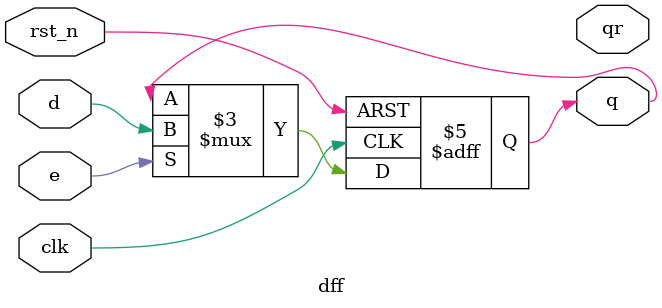
<source format=v>
module dff (
	input clk, 
	input rst_n,
	input e,
	input d,
	output reg q,
	output reg qr
);

reg q1;
reg q2;
reg qr1;
reg qr2;

//always @(posedge clk or negedge rst_n) begin
//	if (!rst_n) begin
//		q  <= 1'b0;
//		q1 <= 1'b0;
//		q2 <= 1'b0;
//	end else begin
//		q1 <= d;
//		q2 <= q1;
//		q  <= q2;
//	end
//end
//
//always @(posedge clk or negedge rst_n) begin
//	if (!rst_n) begin
//		qr  = 1'b0;
//		qr1 = 1'b0;
//		qr2 = 1'b0;
//	end else begin
//		qr1 = d;
//		qr2 = qr1;
//		qr  = qr2;
//	end
//end

always @(posedge clk or negedge rst_n) begin
	if (!rst_n)
		q <= 1'b0;
	else if (e)
		q <= d;
end

endmodule

</source>
